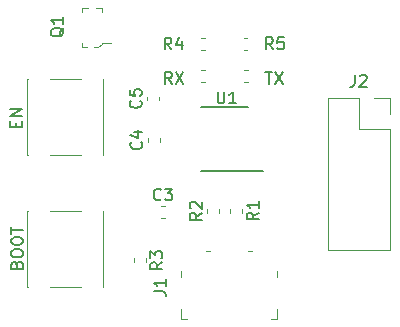
<source format=gbr>
G04 #@! TF.GenerationSoftware,KiCad,Pcbnew,(5.1.5)-3*
G04 #@! TF.CreationDate,2019-12-14T15:37:32-08:00*
G04 #@! TF.ProjectId,programmer,70726f67-7261-46d6-9d65-722e6b696361,rev?*
G04 #@! TF.SameCoordinates,Original*
G04 #@! TF.FileFunction,Legend,Top*
G04 #@! TF.FilePolarity,Positive*
%FSLAX46Y46*%
G04 Gerber Fmt 4.6, Leading zero omitted, Abs format (unit mm)*
G04 Created by KiCad (PCBNEW (5.1.5)-3) date 2019-12-14 15:37:32*
%MOMM*%
%LPD*%
G04 APERTURE LIST*
%ADD10C,0.150000*%
%ADD11C,0.120000*%
%ADD12C,0.100000*%
G04 APERTURE END LIST*
D10*
X140843095Y-109180380D02*
X141414523Y-109180380D01*
X141128809Y-110180380D02*
X141128809Y-109180380D01*
X141652619Y-109180380D02*
X142319285Y-110180380D01*
X142319285Y-109180380D02*
X141652619Y-110180380D01*
X132929333Y-110180380D02*
X132596000Y-109704190D01*
X132357904Y-110180380D02*
X132357904Y-109180380D01*
X132738857Y-109180380D01*
X132834095Y-109228000D01*
X132881714Y-109275619D01*
X132929333Y-109370857D01*
X132929333Y-109513714D01*
X132881714Y-109608952D01*
X132834095Y-109656571D01*
X132738857Y-109704190D01*
X132357904Y-109704190D01*
X133262666Y-109180380D02*
X133929333Y-110180380D01*
X133929333Y-109180380D02*
X133262666Y-110180380D01*
X119753071Y-113831595D02*
X119753071Y-113498261D01*
X120276880Y-113355404D02*
X120276880Y-113831595D01*
X119276880Y-113831595D01*
X119276880Y-113355404D01*
X120276880Y-112926833D02*
X119276880Y-112926833D01*
X120276880Y-112355404D01*
X119276880Y-112355404D01*
X119816571Y-125499642D02*
X119864190Y-125356785D01*
X119911809Y-125309166D01*
X120007047Y-125261547D01*
X120149904Y-125261547D01*
X120245142Y-125309166D01*
X120292761Y-125356785D01*
X120340380Y-125452023D01*
X120340380Y-125832976D01*
X119340380Y-125832976D01*
X119340380Y-125499642D01*
X119388000Y-125404404D01*
X119435619Y-125356785D01*
X119530857Y-125309166D01*
X119626095Y-125309166D01*
X119721333Y-125356785D01*
X119768952Y-125404404D01*
X119816571Y-125499642D01*
X119816571Y-125832976D01*
X119340380Y-124642500D02*
X119340380Y-124452023D01*
X119388000Y-124356785D01*
X119483238Y-124261547D01*
X119673714Y-124213928D01*
X120007047Y-124213928D01*
X120197523Y-124261547D01*
X120292761Y-124356785D01*
X120340380Y-124452023D01*
X120340380Y-124642500D01*
X120292761Y-124737738D01*
X120197523Y-124832976D01*
X120007047Y-124880595D01*
X119673714Y-124880595D01*
X119483238Y-124832976D01*
X119388000Y-124737738D01*
X119340380Y-124642500D01*
X119340380Y-123594880D02*
X119340380Y-123404404D01*
X119388000Y-123309166D01*
X119483238Y-123213928D01*
X119673714Y-123166309D01*
X120007047Y-123166309D01*
X120197523Y-123213928D01*
X120292761Y-123309166D01*
X120340380Y-123404404D01*
X120340380Y-123594880D01*
X120292761Y-123690119D01*
X120197523Y-123785357D01*
X120007047Y-123832976D01*
X119673714Y-123832976D01*
X119483238Y-123785357D01*
X119388000Y-123690119D01*
X119340380Y-123594880D01*
X119340380Y-122880595D02*
X119340380Y-122309166D01*
X120340380Y-122594880D02*
X119340380Y-122594880D01*
D11*
X127154500Y-116222000D02*
X127154500Y-109762000D01*
X122624500Y-116222000D02*
X125224500Y-116222000D01*
X120694500Y-116222000D02*
X120694500Y-109762000D01*
X122624500Y-109762000D02*
X125224500Y-109762000D01*
X120724500Y-116222000D02*
X120694500Y-116222000D01*
X127154500Y-116222000D02*
X127124500Y-116222000D01*
X127154500Y-109762000D02*
X127124500Y-109762000D01*
X120694500Y-109762000D02*
X120724500Y-109762000D01*
X127154500Y-127398000D02*
X127154500Y-120938000D01*
X122624500Y-127398000D02*
X125224500Y-127398000D01*
X120694500Y-127398000D02*
X120694500Y-120938000D01*
X122624500Y-120938000D02*
X125224500Y-120938000D01*
X120724500Y-127398000D02*
X120694500Y-127398000D01*
X127154500Y-127398000D02*
X127124500Y-127398000D01*
X127154500Y-120938000D02*
X127124500Y-120938000D01*
X120694500Y-120938000D02*
X120724500Y-120938000D01*
X150050000Y-111410000D02*
X151380000Y-111410000D01*
X151380000Y-111410000D02*
X151380000Y-112740000D01*
X148780000Y-111410000D02*
X148780000Y-114010000D01*
X148780000Y-114010000D02*
X151380000Y-114010000D01*
X151380000Y-114010000D02*
X151380000Y-124230000D01*
X146180000Y-124230000D02*
X151380000Y-124230000D01*
X146180000Y-111410000D02*
X146180000Y-124230000D01*
X146180000Y-111410000D02*
X148780000Y-111410000D01*
D10*
X140689960Y-117576180D02*
X135414960Y-117576180D01*
X139414960Y-112176180D02*
X135414960Y-112176180D01*
D11*
X139339639Y-106327480D02*
X139014081Y-106327480D01*
X139339639Y-107347480D02*
X139014081Y-107347480D01*
X135453001Y-107337320D02*
X135778559Y-107337320D01*
X135453001Y-106317320D02*
X135778559Y-106317320D01*
X129741200Y-124972961D02*
X129741200Y-125298519D01*
X130761200Y-124972961D02*
X130761200Y-125298519D01*
X135898160Y-120766521D02*
X135898160Y-121092079D01*
X136918160Y-120766521D02*
X136918160Y-121092079D01*
X137899680Y-120756361D02*
X137899680Y-121081919D01*
X138919680Y-120756361D02*
X138919680Y-121081919D01*
D12*
X125379000Y-107062500D02*
X125379000Y-106762500D01*
X125754000Y-107062500D02*
X125379000Y-107062500D01*
X125379000Y-103762500D02*
X125829000Y-103762500D01*
X125379000Y-104062500D02*
X125379000Y-103762500D01*
X125379000Y-103987500D02*
X125379000Y-104112500D01*
X127029000Y-103762500D02*
X127029000Y-104112500D01*
X126554000Y-103762500D02*
X127029000Y-103762500D01*
X127029000Y-106737500D02*
X127804000Y-106737500D01*
X127029000Y-106787500D02*
X127029000Y-106737500D01*
X126654000Y-107062500D02*
X127029000Y-106787500D01*
X126379000Y-107062500D02*
X126654000Y-107062500D01*
X141815640Y-130065480D02*
X141815640Y-129215480D01*
X141365640Y-130065480D02*
X141815640Y-130065480D01*
X133715640Y-130065480D02*
X134215640Y-130065480D01*
X133715640Y-129265480D02*
X133715640Y-130065480D01*
X135865640Y-124315480D02*
X136165640Y-124315480D01*
X133715640Y-126065480D02*
X133715640Y-126515480D01*
X139415640Y-124315480D02*
X139715640Y-124315480D01*
X141815640Y-126065480D02*
X141815640Y-126565480D01*
D11*
X139364839Y-108979240D02*
X139039281Y-108979240D01*
X139364839Y-109999240D02*
X139039281Y-109999240D01*
X135447921Y-110044960D02*
X135773479Y-110044960D01*
X135447921Y-109024960D02*
X135773479Y-109024960D01*
X131863560Y-111597759D02*
X131863560Y-111272201D01*
X130843560Y-111597759D02*
X130843560Y-111272201D01*
X131924520Y-115113119D02*
X131924520Y-114787561D01*
X130904520Y-115113119D02*
X130904520Y-114787561D01*
X132034161Y-121546080D02*
X132359719Y-121546080D01*
X132034161Y-120526080D02*
X132359719Y-120526080D01*
D10*
X148446666Y-109422380D02*
X148446666Y-110136666D01*
X148399047Y-110279523D01*
X148303809Y-110374761D01*
X148160952Y-110422380D01*
X148065714Y-110422380D01*
X148875238Y-109517619D02*
X148922857Y-109470000D01*
X149018095Y-109422380D01*
X149256190Y-109422380D01*
X149351428Y-109470000D01*
X149399047Y-109517619D01*
X149446666Y-109612857D01*
X149446666Y-109708095D01*
X149399047Y-109850952D01*
X148827619Y-110422380D01*
X149446666Y-110422380D01*
X136814655Y-110846620D02*
X136814655Y-111656144D01*
X136862274Y-111751382D01*
X136909893Y-111799001D01*
X137005131Y-111846620D01*
X137195607Y-111846620D01*
X137290845Y-111799001D01*
X137338464Y-111751382D01*
X137386083Y-111656144D01*
X137386083Y-110846620D01*
X138386083Y-111846620D02*
X137814655Y-111846620D01*
X138100369Y-111846620D02*
X138100369Y-110846620D01*
X138005131Y-110989478D01*
X137909893Y-111084716D01*
X137814655Y-111132335D01*
X141494213Y-107259380D02*
X141160880Y-106783190D01*
X140922784Y-107259380D02*
X140922784Y-106259380D01*
X141303737Y-106259380D01*
X141398975Y-106307000D01*
X141446594Y-106354619D01*
X141494213Y-106449857D01*
X141494213Y-106592714D01*
X141446594Y-106687952D01*
X141398975Y-106735571D01*
X141303737Y-106783190D01*
X140922784Y-106783190D01*
X142398975Y-106259380D02*
X141922784Y-106259380D01*
X141875165Y-106735571D01*
X141922784Y-106687952D01*
X142018022Y-106640333D01*
X142256118Y-106640333D01*
X142351356Y-106687952D01*
X142398975Y-106735571D01*
X142446594Y-106830809D01*
X142446594Y-107068904D01*
X142398975Y-107164142D01*
X142351356Y-107211761D01*
X142256118Y-107259380D01*
X142018022Y-107259380D01*
X141922784Y-107211761D01*
X141875165Y-107164142D01*
X132909013Y-107269540D02*
X132575680Y-106793350D01*
X132337584Y-107269540D02*
X132337584Y-106269540D01*
X132718537Y-106269540D01*
X132813775Y-106317160D01*
X132861394Y-106364779D01*
X132909013Y-106460017D01*
X132909013Y-106602874D01*
X132861394Y-106698112D01*
X132813775Y-106745731D01*
X132718537Y-106793350D01*
X132337584Y-106793350D01*
X133766156Y-106602874D02*
X133766156Y-107269540D01*
X133528060Y-106221921D02*
X133289965Y-106936207D01*
X133909013Y-106936207D01*
X132133580Y-125302406D02*
X131657390Y-125635740D01*
X132133580Y-125873835D02*
X131133580Y-125873835D01*
X131133580Y-125492882D01*
X131181200Y-125397644D01*
X131228819Y-125350025D01*
X131324057Y-125302406D01*
X131466914Y-125302406D01*
X131562152Y-125350025D01*
X131609771Y-125397644D01*
X131657390Y-125492882D01*
X131657390Y-125873835D01*
X131133580Y-124969073D02*
X131133580Y-124350025D01*
X131514533Y-124683359D01*
X131514533Y-124540501D01*
X131562152Y-124445263D01*
X131609771Y-124397644D01*
X131705009Y-124350025D01*
X131943104Y-124350025D01*
X132038342Y-124397644D01*
X132085961Y-124445263D01*
X132133580Y-124540501D01*
X132133580Y-124826216D01*
X132085961Y-124921454D01*
X132038342Y-124969073D01*
X135458460Y-121111306D02*
X134982270Y-121444640D01*
X135458460Y-121682735D02*
X134458460Y-121682735D01*
X134458460Y-121301782D01*
X134506080Y-121206544D01*
X134553699Y-121158925D01*
X134648937Y-121111306D01*
X134791794Y-121111306D01*
X134887032Y-121158925D01*
X134934651Y-121206544D01*
X134982270Y-121301782D01*
X134982270Y-121682735D01*
X134553699Y-120730354D02*
X134506080Y-120682735D01*
X134458460Y-120587497D01*
X134458460Y-120349401D01*
X134506080Y-120254163D01*
X134553699Y-120206544D01*
X134648937Y-120158925D01*
X134744175Y-120158925D01*
X134887032Y-120206544D01*
X135458460Y-120777973D01*
X135458460Y-120158925D01*
X140292060Y-121085806D02*
X139815870Y-121419140D01*
X140292060Y-121657235D02*
X139292060Y-121657235D01*
X139292060Y-121276282D01*
X139339680Y-121181044D01*
X139387299Y-121133425D01*
X139482537Y-121085806D01*
X139625394Y-121085806D01*
X139720632Y-121133425D01*
X139768251Y-121181044D01*
X139815870Y-121276282D01*
X139815870Y-121657235D01*
X140292060Y-120133425D02*
X140292060Y-120704854D01*
X140292060Y-120419140D02*
X139292060Y-120419140D01*
X139434918Y-120514378D01*
X139530156Y-120609616D01*
X139577775Y-120704854D01*
X123801119Y-105441738D02*
X123753500Y-105536976D01*
X123658261Y-105632214D01*
X123515404Y-105775071D01*
X123467785Y-105870309D01*
X123467785Y-105965547D01*
X123705880Y-105917928D02*
X123658261Y-106013166D01*
X123563023Y-106108404D01*
X123372547Y-106156023D01*
X123039214Y-106156023D01*
X122848738Y-106108404D01*
X122753500Y-106013166D01*
X122705880Y-105917928D01*
X122705880Y-105727452D01*
X122753500Y-105632214D01*
X122848738Y-105536976D01*
X123039214Y-105489357D01*
X123372547Y-105489357D01*
X123563023Y-105536976D01*
X123658261Y-105632214D01*
X123705880Y-105727452D01*
X123705880Y-105917928D01*
X123705880Y-104536976D02*
X123705880Y-105108404D01*
X123705880Y-104822690D02*
X122705880Y-104822690D01*
X122848738Y-104917928D01*
X122943976Y-105013166D01*
X122991595Y-105108404D01*
X131410460Y-127744813D02*
X132124746Y-127744813D01*
X132267603Y-127792432D01*
X132362841Y-127887670D01*
X132410460Y-128030527D01*
X132410460Y-128125765D01*
X132410460Y-126744813D02*
X132410460Y-127316241D01*
X132410460Y-127030527D02*
X131410460Y-127030527D01*
X131553318Y-127125765D01*
X131648556Y-127221003D01*
X131696175Y-127316241D01*
X130280702Y-111601646D02*
X130328321Y-111649265D01*
X130375940Y-111792122D01*
X130375940Y-111887360D01*
X130328321Y-112030218D01*
X130233083Y-112125456D01*
X130137845Y-112173075D01*
X129947369Y-112220694D01*
X129804512Y-112220694D01*
X129614036Y-112173075D01*
X129518798Y-112125456D01*
X129423560Y-112030218D01*
X129375940Y-111887360D01*
X129375940Y-111792122D01*
X129423560Y-111649265D01*
X129471179Y-111601646D01*
X129375940Y-110696884D02*
X129375940Y-111173075D01*
X129852131Y-111220694D01*
X129804512Y-111173075D01*
X129756893Y-111077837D01*
X129756893Y-110839741D01*
X129804512Y-110744503D01*
X129852131Y-110696884D01*
X129947369Y-110649265D01*
X130185464Y-110649265D01*
X130280702Y-110696884D01*
X130328321Y-110744503D01*
X130375940Y-110839741D01*
X130375940Y-111077837D01*
X130328321Y-111173075D01*
X130280702Y-111220694D01*
X130341662Y-115117006D02*
X130389281Y-115164625D01*
X130436900Y-115307482D01*
X130436900Y-115402720D01*
X130389281Y-115545578D01*
X130294043Y-115640816D01*
X130198805Y-115688435D01*
X130008329Y-115736054D01*
X129865472Y-115736054D01*
X129674996Y-115688435D01*
X129579758Y-115640816D01*
X129484520Y-115545578D01*
X129436900Y-115402720D01*
X129436900Y-115307482D01*
X129484520Y-115164625D01*
X129532139Y-115117006D01*
X129770234Y-114259863D02*
X130436900Y-114259863D01*
X129389281Y-114497959D02*
X130103567Y-114736054D01*
X130103567Y-114117006D01*
X132030273Y-119963222D02*
X131982654Y-120010841D01*
X131839797Y-120058460D01*
X131744559Y-120058460D01*
X131601701Y-120010841D01*
X131506463Y-119915603D01*
X131458844Y-119820365D01*
X131411225Y-119629889D01*
X131411225Y-119487032D01*
X131458844Y-119296556D01*
X131506463Y-119201318D01*
X131601701Y-119106080D01*
X131744559Y-119058460D01*
X131839797Y-119058460D01*
X131982654Y-119106080D01*
X132030273Y-119153699D01*
X132363606Y-119058460D02*
X132982654Y-119058460D01*
X132649320Y-119439413D01*
X132792178Y-119439413D01*
X132887416Y-119487032D01*
X132935035Y-119534651D01*
X132982654Y-119629889D01*
X132982654Y-119867984D01*
X132935035Y-119963222D01*
X132887416Y-120010841D01*
X132792178Y-120058460D01*
X132506463Y-120058460D01*
X132411225Y-120010841D01*
X132363606Y-119963222D01*
M02*

</source>
